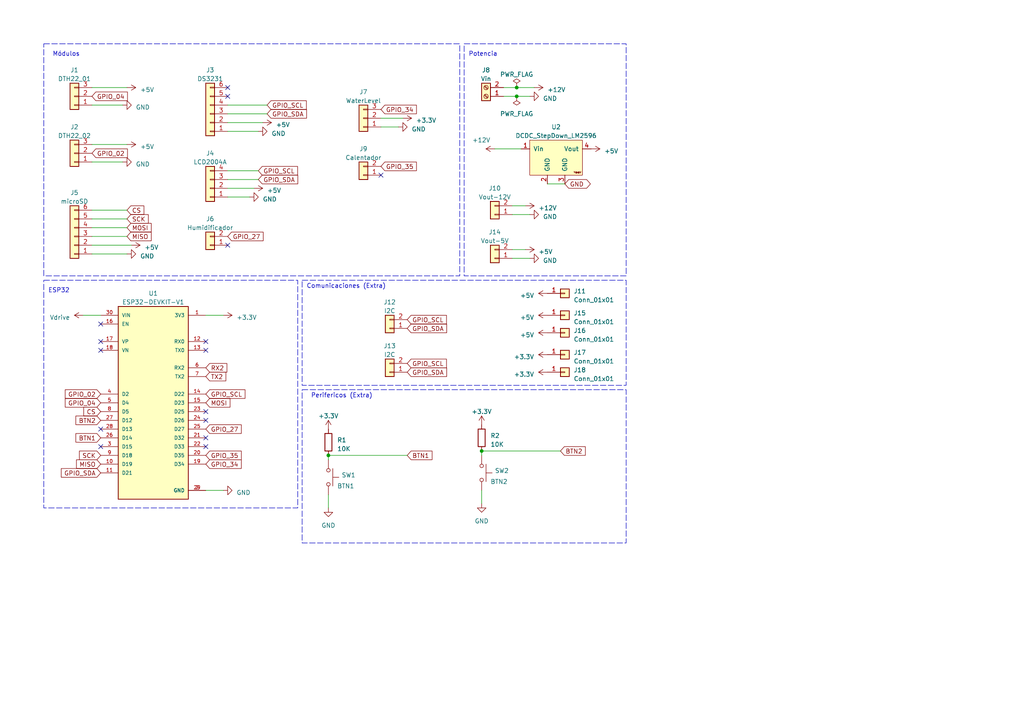
<source format=kicad_sch>
(kicad_sch (version 20230121) (generator eeschema)
  (paper "A4")
  (lib_symbols
    (symbol "Connector:Screw_Terminal_01x02" (pin_names (offset 1.016) hide)
      (property "Reference" "J" (at 0 2.54 0))
      (property "Value" "Screw_Terminal_01x02" (at 0 -5.08 0))
      (symbol "Screw_Terminal_01x02_1_1"
        (rectangle (start -1.27 1.27) (end 1.27 -3.81) (stroke (width 0.254)) (fill (type background)))
        (circle (center 0 -2.54) (radius 0.635) (stroke (width 0.1524)))
        (polyline (pts (xy -0.5334 -2.2098) (xy 0.3302 -3.048)) (stroke (width 0.1524)))
        (polyline (pts (xy -0.5334 0.3302) (xy 0.3302 -0.508)) (stroke (width 0.1524)))
        (polyline (pts (xy -0.3556 -2.032) (xy 0.508 -2.8702)) (stroke (width 0.1524)))
        (polyline (pts (xy -0.3556 0.508) (xy 0.508 -0.3302)) (stroke (width 0.1524)))
        (circle (center 0 0) (radius 0.635) (stroke (width 0.1524)))
        (pin passive line (at -5.08 0 0) (length 3.81) (name "Pin_1") (number "1"))
        (pin passive line (at -5.08 -2.54 0) (length 3.81) (name "Pin_2") (number "2"))
      )
    )
    (symbol "Connector_Generic:Conn_01x01" (pin_names (offset 1.016) hide)
      (property "Reference" "J" (at 0 2.54 0))
      (property "Value" "Conn_01x01" (at 0 -2.54 0))
      (symbol "Conn_01x01_1_1"
        (rectangle (start -1.27 0.127) (end 0 -0.127) (stroke (width 0.1524)))
        (rectangle (start -1.27 1.27) (end 1.27 -1.27) (stroke (width 0.254)) (fill (type background)))
        (pin passive line (at -5.08 0 0) (length 3.81) (name "Pin_1") (number "1"))
      )
    )
    (symbol "Connector_Generic:Conn_01x02" (pin_names (offset 1.016) hide)
      (property "Reference" "J" (at 0 2.54 0))
      (property "Value" "Conn_01x02" (at 0 -5.08 0))
      (symbol "Conn_01x02_1_1"
        (rectangle (start -1.27 -2.413) (end 0 -2.667) (stroke (width 0.1524)))
        (rectangle (start -1.27 0.127) (end 0 -0.127) (stroke (width 0.1524)))
        (rectangle (start -1.27 1.27) (end 1.27 -3.81) (stroke (width 0.254)) (fill (type background)))
        (pin passive line (at -5.08 0 0) (length 3.81) (name "Pin_1") (number "1"))
        (pin passive line (at -5.08 -2.54 0) (length 3.81) (name "Pin_2") (number "2"))
      )
    )
    (symbol "Connector_Generic:Conn_01x03" (pin_names (offset 1.016) hide)
      (property "Reference" "J" (at 0 5.08 0))
      (property "Value" "Conn_01x03" (at 0 -5.08 0))
      (symbol "Conn_01x03_1_1"
        (rectangle (start -1.27 -2.413) (end 0 -2.667) (stroke (width 0.1524)))
        (rectangle (start -1.27 0.127) (end 0 -0.127) (stroke (width 0.1524)))
        (rectangle (start -1.27 2.667) (end 0 2.413) (stroke (width 0.1524)))
        (rectangle (start -1.27 3.81) (end 1.27 -3.81) (stroke (width 0.254)) (fill (type background)))
        (pin passive line (at -5.08 2.54 0) (length 3.81) (name "Pin_1") (number "1"))
        (pin passive line (at -5.08 0 0) (length 3.81) (name "Pin_2") (number "2"))
        (pin passive line (at -5.08 -2.54 0) (length 3.81) (name "Pin_3") (number "3"))
      )
    )
    (symbol "Connector_Generic:Conn_01x04" (pin_names (offset 1.016) hide)
      (property "Reference" "J" (at 0 5.08 0))
      (property "Value" "Conn_01x04" (at 0 -7.62 0))
      (symbol "Conn_01x04_1_1"
        (rectangle (start -1.27 -4.953) (end 0 -5.207) (stroke (width 0.1524)))
        (rectangle (start -1.27 -2.413) (end 0 -2.667) (stroke (width 0.1524)))
        (rectangle (start -1.27 0.127) (end 0 -0.127) (stroke (width 0.1524)))
        (rectangle (start -1.27 2.667) (end 0 2.413) (stroke (width 0.1524)))
        (rectangle (start -1.27 3.81) (end 1.27 -6.35) (stroke (width 0.254)) (fill (type background)))
        (pin passive line (at -5.08 2.54 0) (length 3.81) (name "Pin_1") (number "1"))
        (pin passive line (at -5.08 0 0) (length 3.81) (name "Pin_2") (number "2"))
        (pin passive line (at -5.08 -2.54 0) (length 3.81) (name "Pin_3") (number "3"))
        (pin passive line (at -5.08 -5.08 0) (length 3.81) (name "Pin_4") (number "4"))
      )
    )
    (symbol "Connector_Generic:Conn_01x06" (pin_names (offset 1.016) hide)
      (property "Reference" "J" (at 0 7.62 0))
      (property "Value" "Conn_01x06" (at 0 -10.16 0))
      (symbol "Conn_01x06_1_1"
        (rectangle (start -1.27 -7.493) (end 0 -7.747) (stroke (width 0.1524)))
        (rectangle (start -1.27 -4.953) (end 0 -5.207) (stroke (width 0.1524)))
        (rectangle (start -1.27 -2.413) (end 0 -2.667) (stroke (width 0.1524)))
        (rectangle (start -1.27 0.127) (end 0 -0.127) (stroke (width 0.1524)))
        (rectangle (start -1.27 2.667) (end 0 2.413) (stroke (width 0.1524)))
        (rectangle (start -1.27 5.207) (end 0 4.953) (stroke (width 0.1524)))
        (rectangle (start -1.27 6.35) (end 1.27 -8.89) (stroke (width 0.254)) (fill (type background)))
        (pin passive line (at -5.08 5.08 0) (length 3.81) (name "Pin_1") (number "1"))
        (pin passive line (at -5.08 2.54 0) (length 3.81) (name "Pin_2") (number "2"))
        (pin passive line (at -5.08 0 0) (length 3.81) (name "Pin_3") (number "3"))
        (pin passive line (at -5.08 -2.54 0) (length 3.81) (name "Pin_4") (number "4"))
        (pin passive line (at -5.08 -5.08 0) (length 3.81) (name "Pin_5") (number "5"))
        (pin passive line (at -5.08 -7.62 0) (length 3.81) (name "Pin_6") (number "6"))
      )
    )
    (symbol "Custom:ESP32-DEVKIT-V1" (pin_names (offset 1.016))
      (property "Reference" "U" (at -10.16 30.48 0))
      (property "Value" "ESP32-DEVKIT-V1" (at -10.16 -30.48 0))
      (symbol "ESP32-DEVKIT-V1_0_0"
        (rectangle (start -10.16 -27.94) (end 10.16 27.94) (stroke (width 0.254)) (fill (type background)))
        (pin output line (at 15.24 25.4 180) (length 5.08) (name "3V3") (number "1"))
        (pin bidirectional line (at -15.24 -17.78 0) (length 5.08) (name "D19") (number "10"))
        (pin bidirectional line (at -15.24 -20.32 0) (length 5.08) (name "D21") (number "11"))
        (pin input line (at 15.24 17.78 180) (length 5.08) (name "RX0") (number "12"))
        (pin output line (at 15.24 15.24 180) (length 5.08) (name "TX0") (number "13"))
        (pin bidirectional line (at 15.24 2.54 180) (length 5.08) (name "D22") (number "14"))
        (pin bidirectional line (at 15.24 0 180) (length 5.08) (name "D23") (number "15"))
        (pin input line (at -15.24 22.86 0) (length 5.08) (name "EN") (number "16"))
        (pin bidirectional line (at -15.24 17.78 0) (length 5.08) (name "VP") (number "17"))
        (pin bidirectional line (at -15.24 15.24 0) (length 5.08) (name "VN") (number "18"))
        (pin bidirectional line (at 15.24 -17.78 180) (length 5.08) (name "D34") (number "19"))
        (pin power_in line (at 15.24 -25.4 180) (length 5.08) (name "GND") (number "2"))
        (pin bidirectional line (at 15.24 -15.24 180) (length 5.08) (name "D35") (number "20"))
        (pin bidirectional line (at 15.24 -10.16 180) (length 5.08) (name "D32") (number "21"))
        (pin bidirectional line (at 15.24 -12.7 180) (length 5.08) (name "D33") (number "22"))
        (pin bidirectional line (at 15.24 -2.54 180) (length 5.08) (name "D25") (number "23"))
        (pin bidirectional line (at 15.24 -5.08 180) (length 5.08) (name "D26") (number "24"))
        (pin bidirectional line (at 15.24 -7.62 180) (length 5.08) (name "D27") (number "25"))
        (pin bidirectional line (at -15.24 -10.16 0) (length 5.08) (name "D14") (number "26"))
        (pin bidirectional line (at -15.24 -5.08 0) (length 5.08) (name "D12") (number "27"))
        (pin bidirectional line (at -15.24 -7.62 0) (length 5.08) (name "D13") (number "28"))
        (pin power_in line (at 15.24 -25.4 180) (length 5.08) (name "GND") (number "29"))
        (pin bidirectional line (at -15.24 -12.7 0) (length 5.08) (name "D15") (number "3"))
        (pin input line (at -15.24 25.4 0) (length 5.08) (name "VIN") (number "30"))
        (pin bidirectional line (at -15.24 2.54 0) (length 5.08) (name "D2") (number "4"))
        (pin bidirectional line (at -15.24 0 0) (length 5.08) (name "D4") (number "5"))
        (pin input line (at 15.24 10.16 180) (length 5.08) (name "RX2") (number "6"))
        (pin output line (at 15.24 7.62 180) (length 5.08) (name "TX2") (number "7"))
        (pin bidirectional line (at -15.24 -2.54 0) (length 5.08) (name "D5") (number "8"))
        (pin bidirectional line (at -15.24 -15.24 0) (length 5.08) (name "D18") (number "9"))
      )
    )
    (symbol "Device:R" (pin_numbers hide) (pin_names (offset 0))
      (property "Reference" "R" (at 2.032 0 90))
      (property "Value" "R" (at 0 0 90))
      (symbol "R_0_1"
        (rectangle (start -1.016 -2.54) (end 1.016 2.54) (stroke (width 0.254)))
      )
      (symbol "R_1_1"
        (pin passive line (at 0 3.81 270) (length 1.27) (name "~") (number "1"))
        (pin passive line (at 0 -3.81 90) (length 1.27) (name "~") (number "2"))
      )
    )
    (symbol "StepDownLM2596:YAAJ_DCDC_StepDown_LM2596" (pin_names (offset 1.016))
      (property "Reference" "U" (at -5.08 6.35 0))
      (property "Value" "YAAJ_DCDC_StepDown_LM2596" (at 0 11.43 0))
      (symbol "YAAJ_DCDC_StepDown_LM2596_0_1"
        (rectangle (start -7.62 5.08) (end 7.62 -5.08) (fill (type background)))
      )
      (symbol "YAAJ_DCDC_StepDown_LM2596_1_1"
        (text "Y@@V" (at 6.1976 -4.2672 0) (effects (font (size 0.508 0.508))))
        (pin power_in line (at -10.16 2.54 0) (length 2.54) (name "Vin") (number "1"))
        (pin power_in line (at -2.54 -7.62 90) (length 2.54) (name "GND") (number "2"))
        (pin power_in line (at 2.54 -7.62 90) (length 2.54) (name "GND") (number "3"))
        (pin power_out line (at 10.16 2.54 180) (length 2.54) (name "Vout") (number "4"))
      )
    )
    (symbol "Switch:SW_Push" (pin_numbers hide) (pin_names (offset 1.016) hide)
      (property "Reference" "SW" (at 1.27 2.54 0))
      (property "Value" "SW_Push" (at 0 -1.524 0))
      (symbol "SW_Push_0_1"
        (circle (center -2.032 0) (radius 0.508))
        (polyline (pts (xy 0 1.27) (xy 0 3.048)))
        (polyline (pts (xy 2.54 1.27) (xy -2.54 1.27)))
        (circle (center 2.032 0) (radius 0.508))
        (pin passive line (at -5.08 0 0) (length 2.54) (name "1") (number "1"))
        (pin passive line (at 5.08 0 180) (length 2.54) (name "2") (number "2"))
      )
    )
    (symbol "power:+12V" (power) (pin_names (offset 0))
      (property "Value" "+12V" (at 0 3.556 0))
      (symbol "+12V_0_1"
        (polyline (pts (xy -0.762 1.27) (xy 0 2.54)))
        (polyline (pts (xy 0 0) (xy 0 2.54)))
        (polyline (pts (xy 0 2.54) (xy 0.762 1.27)))
      )
      (symbol "+12V_1_1"
        (pin power_in line (at 0 0 90) (length 0) hide (name "+12V") (number "1"))
      )
    )
    (symbol "power:+3.3V" (power) (pin_names (offset 0))
      (property "Value" "+3.3V" (at 0 3.556 0))
      (symbol "+3.3V_0_1"
        (polyline (pts (xy -0.762 1.27) (xy 0 2.54)))
        (polyline (pts (xy 0 0) (xy 0 2.54)))
        (polyline (pts (xy 0 2.54) (xy 0.762 1.27)))
      )
      (symbol "+3.3V_1_1"
        (pin power_in line (at 0 0 90) (length 0) hide (name "+3.3V") (number "1"))
      )
    )
    (symbol "power:+5V" (power) (pin_names (offset 0))
      (property "Value" "+5V" (at 0 3.556 0))
      (symbol "+5V_0_1"
        (polyline (pts (xy -0.762 1.27) (xy 0 2.54)))
        (polyline (pts (xy 0 0) (xy 0 2.54)))
        (polyline (pts (xy 0 2.54) (xy 0.762 1.27)))
      )
      (symbol "+5V_1_1"
        (pin power_in line (at 0 0 90) (length 0) hide (name "+5V") (number "1"))
      )
    )
    (symbol "power:GND" (power) (pin_names (offset 0))
      (property "Value" "GND" (at 0 -3.81 0))
      (symbol "GND_0_1"
        (polyline (pts (xy 0 0) (xy 0 -1.27) (xy 1.27 -1.27) (xy 0 -2.54) (xy -1.27 -1.27) (xy 0 -1.27)))
      )
      (symbol "GND_1_1"
        (pin power_in line (at 0 0 270) (length 0) hide (name "GND") (number "1"))
      )
    )
    (symbol "power:PWR_FLAG" (power) (pin_numbers hide) (pin_names (offset 0) hide)
      (property "Value" "PWR_FLAG" (at 0 3.81 0))
      (symbol "PWR_FLAG_0_0"
        (pin power_out line (at 0 0 90) (length 0) (name "pwr") (number "1"))
      )
      (symbol "PWR_FLAG_0_1"
        (polyline (pts (xy 0 0) (xy 0 1.27) (xy -1.016 1.905) (xy 0 2.54) (xy 1.016 1.905) (xy 0 1.27)))
      )
    )
    (symbol "power:Vdrive" (power) (pin_names (offset 0))
      (property "Value" "Vdrive" (at 0 3.81 0))
      (symbol "Vdrive_0_1"
        (polyline (pts (xy -0.762 1.27) (xy 0 2.54)))
        (polyline (pts (xy 0 0) (xy 0 2.54)))
        (polyline (pts (xy 0 2.54) (xy 0.762 1.27)))
      )
      (symbol "Vdrive_1_1"
        (pin power_in line (at 0 0 90) (length 0) hide (name "Vdrive") (number "1"))
      )
    )
  )
  (junction (at 149.86 27.94))
  (junction (at 95.25 132.08))
  (junction (at 139.7 130.81))
  (junction (at 149.86 25.4))
  (no_connect (at 59.69 119.38))
  (no_connect (at 66.04 71.12))
  (no_connect (at 59.69 129.54))
  (no_connect (at 29.21 101.6))
  (no_connect (at 110.49 50.8))
  (no_connect (at 29.21 129.54))
  (no_connect (at 59.69 127))
  (no_connect (at 59.69 101.6))
  (no_connect (at 66.04 27.94))
  (no_connect (at 59.69 99.06))
  (no_connect (at 29.21 124.46))
  (no_connect (at 29.21 93.98))
  (no_connect (at 59.69 121.92))
  (no_connect (at 66.04 25.4))
  (no_connect (at 29.21 99.06))
  (wire (pts (xy 66.04 30.48) (xy 77.47 30.48)))
  (wire (pts (xy 66.04 52.07) (xy 74.93 52.07)))
  (wire (pts (xy 26.67 60.96) (xy 36.83 60.96)))
  (wire (pts (xy 110.49 36.83) (xy 115.57 36.83)))
  (wire (pts (xy 148.59 74.93) (xy 153.67 74.93)))
  (wire (pts (xy 148.59 62.23) (xy 153.67 62.23)))
  (wire (pts (xy 152.4 72.39) (xy 148.59 72.39)))
  (wire (pts (xy 66.04 49.53) (xy 74.93 49.53)))
  (wire (pts (xy 149.86 25.4) (xy 154.94 25.4)))
  (wire (pts (xy 146.05 27.94) (xy 149.86 27.94)))
  (wire (pts (xy 95.25 133.35) (xy 95.25 132.08)))
  (wire (pts (xy 26.67 41.91) (xy 36.83 41.91)))
  (wire (pts (xy 66.04 38.1) (xy 74.93 38.1)))
  (wire (pts (xy 152.4 59.69) (xy 148.59 59.69)))
  (wire (pts (xy 66.04 57.15) (xy 72.39 57.15)))
  (wire (pts (xy 26.67 46.99) (xy 35.56 46.99)))
  (wire (pts (xy 139.7 146.05) (xy 139.7 142.24)))
  (wire (pts (xy 26.67 68.58) (xy 36.83 68.58)))
  (wire (pts (xy 26.67 73.66) (xy 36.83 73.66)))
  (wire (pts (xy 146.05 25.4) (xy 149.86 25.4)))
  (wire (pts (xy 95.25 132.08) (xy 118.11 132.08)))
  (wire (pts (xy 26.67 30.48) (xy 35.56 30.48)))
  (wire (pts (xy 59.69 91.44) (xy 64.77 91.44)))
  (wire (pts (xy 66.04 54.61) (xy 73.66 54.61)))
  (wire (pts (xy 24.13 91.44) (xy 29.21 91.44)))
  (wire (pts (xy 66.04 35.56) (xy 76.2 35.56)))
  (wire (pts (xy 110.49 34.29) (xy 116.84 34.29)))
  (wire (pts (xy 95.25 147.32) (xy 95.25 143.51)))
  (wire (pts (xy 139.7 130.81) (xy 162.56 130.81)))
  (wire (pts (xy 158.75 53.34) (xy 163.83 53.34)))
  (wire (pts (xy 26.67 66.04) (xy 36.83 66.04)))
  (wire (pts (xy 66.04 33.02) (xy 77.47 33.02)))
  (wire (pts (xy 26.67 71.12) (xy 38.1 71.12)))
  (wire (pts (xy 26.67 63.5) (xy 36.83 63.5)))
  (wire (pts (xy 143.51 43.18) (xy 151.13 43.18)))
  (wire (pts (xy 26.67 25.4) (xy 36.83 25.4)))
  (wire (pts (xy 59.69 142.24) (xy 64.77 142.24)))
  (wire (pts (xy 149.86 27.94) (xy 153.67 27.94)))
  (wire (pts (xy 139.7 132.08) (xy 139.7 130.81)))
  (rectangle (start 87.63 113.03) (end 181.61 157.48) (stroke (width 0) (type dash)))
  (rectangle (start 87.63 81.28) (end 181.61 111.76) (stroke (width 0) (type dash)))
  (rectangle (start 12.7 12.7) (end 133.35 80.01) (stroke (width 0) (type dash)))
  (rectangle (start 134.62 12.7) (end 181.61 80.01) (stroke (width 0) (type dash)))
  (rectangle (start 12.7 81.28) (end 86.36 147.32) (stroke (width 0) (type dash)))
  (text "Módulos" (at 15.24 16.51 0) (effects (font (size 1.27 1.27)) (justify left bottom)))
  (text "ESP32\n" (at 13.97 85.09 0) (effects (font (size 1.27 1.27)) (justify left bottom)))
  (text "Perifericos (Extra)\n" (at 90.17 115.57 0) (effects (font (size 1.27 1.27)) (justify left bottom)))
  (text "Comunicaciones (Extra)\n" (at 88.9 83.82 0) (effects (font (size 1.27 1.27)) (justify left bottom)))
  (text "Potencia" (at 135.89 16.51 0) (effects (font (size 1.27 1.27)) (justify left bottom)))
  (global_label "MISO" (shape input) (at 36.83 68.58 0) (property "Intersheetrefs" "${INTERSHEET_REFS}" (effects hide)))
  (global_label "GPIO_SDA" (shape input) (at 77.47 33.02 0) (property "Intersheetrefs" "${INTERSHEET_REFS}" (effects hide)))
  (global_label "BTN2" (shape input) (at 162.56 130.81 0) (property "Intersheetrefs" "${INTERSHEET_REFS}" (effects hide)))
  (global_label "GPIO_04" (shape input) (at 26.67 27.94 0) (property "Intersheetrefs" "${INTERSHEET_REFS}" (effects hide)))
  (global_label "MOSI" (shape input) (at 36.83 66.04 0) (property "Intersheetrefs" "${INTERSHEET_REFS}" (effects hide)))
  (global_label "MISO" (shape input) (at 29.21 134.62 180) (property "Intersheetrefs" "${INTERSHEET_REFS}" (effects hide)))
  (global_label "TX2" (shape input) (at 59.69 109.22 0) (property "Intersheetrefs" "${INTERSHEET_REFS}" (effects hide)))
  (global_label "CS" (shape input) (at 29.21 119.38 180) (property "Intersheetrefs" "${INTERSHEET_REFS}" (effects hide)))
  (global_label "GPIO_02" (shape input) (at 26.67 44.45 0) (property "Intersheetrefs" "${INTERSHEET_REFS}" (effects hide)))
  (global_label "GND" (shape bidirectional) (at 163.83 53.34 0) (property "Intersheetrefs" "${INTERSHEET_REFS}" (effects hide)))
  (global_label "GPIO_35" (shape input) (at 59.69 132.08 0) (property "Intersheetrefs" "${INTERSHEET_REFS}" (effects hide)))
  (global_label "MOSI" (shape input) (at 59.69 116.84 0) (property "Intersheetrefs" "${INTERSHEET_REFS}" (effects hide)))
  (global_label "BTN2" (shape input) (at 29.21 121.92 180) (property "Intersheetrefs" "${INTERSHEET_REFS}" (effects hide)))
  (global_label "GPIO_27" (shape input) (at 66.04 68.58 0) (property "Intersheetrefs" "${INTERSHEET_REFS}" (effects hide)))
  (global_label "GPIO_SDA" (shape input) (at 74.93 52.07 0) (property "Intersheetrefs" "${INTERSHEET_REFS}" (effects hide)))
  (global_label "GPIO_SCL" (shape input) (at 74.93 49.53 0) (property "Intersheetrefs" "${INTERSHEET_REFS}" (effects hide)))
  (global_label "GPIO_SCL" (shape input) (at 77.47 30.48 0) (property "Intersheetrefs" "${INTERSHEET_REFS}" (effects hide)))
  (global_label "SCK" (shape input) (at 29.21 132.08 180) (property "Intersheetrefs" "${INTERSHEET_REFS}" (effects hide)))
  (global_label "GPIO_SDA" (shape input) (at 118.11 107.95 0) (property "Intersheetrefs" "${INTERSHEET_REFS}" (effects hide)))
  (global_label "GPIO_35" (shape input) (at 110.49 48.26 0) (property "Intersheetrefs" "${INTERSHEET_REFS}" (effects hide)))
  (global_label "GPIO_SCL" (shape input) (at 118.11 92.71 0) (property "Intersheetrefs" "${INTERSHEET_REFS}" (effects hide)))
  (global_label "BTN1" (shape input) (at 118.11 132.08 0) (property "Intersheetrefs" "${INTERSHEET_REFS}" (effects hide)))
  (global_label "GPIO_34" (shape input) (at 59.69 134.62 0) (property "Intersheetrefs" "${INTERSHEET_REFS}" (effects hide)))
  (global_label "CS" (shape input) (at 36.83 60.96 0) (property "Intersheetrefs" "${INTERSHEET_REFS}" (effects hide)))
  (global_label "SCK" (shape input) (at 36.83 63.5 0) (property "Intersheetrefs" "${INTERSHEET_REFS}" (effects hide)))
  (global_label "GPIO_34" (shape input) (at 110.49 31.75 0) (property "Intersheetrefs" "${INTERSHEET_REFS}" (effects hide)))
  (global_label "GPIO_SDA" (shape input) (at 29.21 137.16 180) (property "Intersheetrefs" "${INTERSHEET_REFS}" (effects hide)))
  (global_label "GPIO_02" (shape input) (at 29.21 114.3 180) (property "Intersheetrefs" "${INTERSHEET_REFS}" (effects hide)))
  (global_label "GPIO_04" (shape input) (at 29.21 116.84 180) (property "Intersheetrefs" "${INTERSHEET_REFS}" (effects hide)))
  (global_label "GPIO_27" (shape input) (at 59.69 124.46 0) (property "Intersheetrefs" "${INTERSHEET_REFS}" (effects hide)))
  (global_label "GPIO_SCL" (shape input) (at 118.11 105.41 0) (property "Intersheetrefs" "${INTERSHEET_REFS}" (effects hide)))
  (global_label "GPIO_SDA" (shape input) (at 118.11 95.25 0) (property "Intersheetrefs" "${INTERSHEET_REFS}" (effects hide)))
  (global_label "BTN1" (shape input) (at 29.21 127 180) (property "Intersheetrefs" "${INTERSHEET_REFS}" (effects hide)))
  (global_label "GPIO_SCL" (shape input) (at 59.69 114.3 0) (property "Intersheetrefs" "${INTERSHEET_REFS}" (effects hide)))
  (global_label "RX2" (shape input) (at 59.69 106.68 0) (property "Intersheetrefs" "${INTERSHEET_REFS}" (effects hide)))
  (symbol (lib_id "power:+5V") (at 158.75 91.44 90) (unit 1)
    (property "Reference" "#PWR029" (effects hide))
    (property "Value" "+5V" (at 154.94 92.075 90) (effects (justify left)))
  )
  (symbol (lib_id "power:Vdrive") (at 24.13 91.44 90) (unit 1)
    (property "Reference" "#PWR028" (effects hide))
    (property "Value" "Vdrive" (at 20.32 92.075 90) (effects (justify left)))
  )
  (symbol (lib_id "Connector:Screw_Terminal_01x02") (at 140.97 27.94 180) (unit 1)
    (property "Reference" "J8" (at 140.97 20.32 0))
    (property "Value" "Vin" (at 140.97 22.86 0))
    (property "Footprint" "TerminalBlock_Phoenix:TerminalBlock_Phoenix_MKDS-1,5-2-5.08_1x02_P5.08mm_Horizontal" (effects hide))
  )
  (symbol (lib_id "power:+3.3V") (at 116.84 34.29 270) (unit 1)
    (property "Reference" "#PWR015" (effects hide))
    (property "Value" "+3.3V" (at 120.65 34.925 90) (effects (justify left)))
  )
  (symbol (lib_id "power:+5V") (at 73.66 54.61 270) (unit 1)
    (property "Reference" "#PWR08" (effects hide))
    (property "Value" "+5V" (at 77.47 55.245 90) (effects (justify left)))
  )
  (symbol (lib_id "Connector_Generic:Conn_01x02") (at 113.03 107.95 180) (unit 1)
    (property "Reference" "J13" (at 113.03 100.33 0))
    (property "Value" "I2C" (at 113.03 102.87 0))
    (property "Footprint" "Connector_PinSocket_2.54mm:PinSocket_1x02_P2.54mm_Vertical" (effects hide))
  )
  (symbol (lib_id "power:+5V") (at 36.83 41.91 270) (unit 1)
    (property "Reference" "#PWR04" (effects hide))
    (property "Value" "+5V" (at 40.64 42.545 90) (effects (justify left)))
  )
  (symbol (lib_id "power:+5V") (at 38.1 71.12 270) (unit 1)
    (property "Reference" "#PWR013" (effects hide))
    (property "Value" "+5V" (at 41.91 71.755 90) (effects (justify left)))
  )
  (symbol (lib_id "power:GND") (at 64.77 142.24 90) (unit 1)
    (property "Reference" "#PWR011" (effects hide))
    (property "Value" "GND" (at 68.58 142.875 90) (effects (justify right)))
  )
  (symbol (lib_id "Switch:SW_Push") (at 139.7 137.16 270) (unit 1)
    (property "Reference" "SW2" (at 143.51 136.525 90) (effects (justify left)))
    (property "Value" "BTN2" (at 142.24 139.7 90) (effects (justify left)))
    (property "Footprint" "TerminalBlock_Phoenix:TerminalBlock_Phoenix_MKDS-1,5-2-5.08_1x02_P5.08mm_Horizontal" (effects hide))
  )
  (symbol (lib_id "Switch:SW_Push") (at 95.25 138.43 270) (unit 1)
    (property "Reference" "SW1" (at 99.06 137.795 90) (effects (justify left)))
    (property "Value" "BTN1" (at 97.79 140.97 90) (effects (justify left)))
    (property "Footprint" "TerminalBlock_Phoenix:TerminalBlock_Phoenix_MKDS-1,5-2-5.08_1x02_P5.08mm_Horizontal" (effects hide))
  )
  (symbol (lib_id "Connector_Generic:Conn_01x03") (at 105.41 34.29 180) (unit 1)
    (property "Reference" "J7" (at 105.41 26.67 0))
    (property "Value" "WaterLevel" (at 105.41 29.21 0))
    (property "Footprint" "Connector_PinSocket_2.54mm:PinSocket_1x03_P2.54mm_Vertical" (effects hide))
  )
  (symbol (lib_id "power:GND") (at 74.93 38.1 90) (unit 1)
    (property "Reference" "#PWR05" (effects hide))
    (property "Value" "GND" (at 78.74 38.735 90) (effects (justify right)))
  )
  (symbol (lib_id "power:+3.3V") (at 64.77 91.44 270) (unit 1)
    (property "Reference" "#PWR09" (effects hide))
    (property "Value" "+3.3V" (at 68.58 92.075 90) (effects (justify left)))
  )
  (symbol (lib_id "power:GND") (at 35.56 46.99 90) (unit 1)
    (property "Reference" "#PWR02" (effects hide))
    (property "Value" "GND" (at 39.37 47.625 90) (effects (justify right)))
  )
  (symbol (lib_id "power:+3.3V") (at 158.75 107.95 90) (unit 1)
    (property "Reference" "#PWR032" (effects hide))
    (property "Value" "+3.3V" (at 154.94 108.585 90) (effects (justify left)))
  )
  (symbol (lib_id "Connector_Generic:Conn_01x02") (at 143.51 74.93 180) (unit 1)
    (property "Reference" "J14" (at 143.51 67.31 0))
    (property "Value" "Vout-5V" (at 143.51 69.85 0))
    (property "Footprint" "Connector_PinSocket_2.54mm:PinSocket_1x02_P2.54mm_Vertical" (effects hide))
  )
  (symbol (lib_id "power:GND") (at 153.67 27.94 90) (unit 1)
    (property "Reference" "#PWR016" (effects hide))
    (property "Value" "GND" (at 157.48 28.575 90) (effects (justify right)))
  )
  (symbol (lib_id "power:PWR_FLAG") (at 149.86 25.4 0) (unit 1)
    (property "Reference" "#FLG02" (effects hide))
    (property "Value" "PWR_FLAG" (at 149.86 21.59 0))
  )
  (symbol (lib_id "power:+5V") (at 158.75 96.52 90) (unit 1)
    (property "Reference" "#PWR030" (effects hide))
    (property "Value" "+5V" (at 154.94 97.155 90) (effects (justify left)))
  )
  (symbol (lib_id "power:GND") (at 153.67 62.23 90) (unit 1)
    (property "Reference" "#PWR021" (effects hide))
    (property "Value" "GND" (at 157.48 62.865 90) (effects (justify right)))
  )
  (symbol (lib_id "power:GND") (at 115.57 36.83 90) (unit 1)
    (property "Reference" "#PWR014" (effects hide))
    (property "Value" "GND" (at 119.38 37.465 90) (effects (justify right)))
  )
  (symbol (lib_id "power:+5V") (at 171.45 43.18 270) (unit 1)
    (property "Reference" "#PWR019" (effects hide))
    (property "Value" "+5V" (at 175.26 43.815 90) (effects (justify left)))
  )
  (symbol (lib_id "Connector_Generic:Conn_01x01") (at 163.83 85.09 0) (unit 1)
    (property "Reference" "J11" (at 166.37 84.455 0) (effects (justify left)))
    (property "Value" "Conn_01x01" (at 166.37 86.995 0) (effects (justify left)))
    (property "Footprint" "Connector_PinSocket_2.54mm:PinSocket_1x01_P2.54mm_Vertical" (effects hide))
  )
  (symbol (lib_id "power:+12V") (at 143.51 43.18 90) (unit 1)
    (property "Reference" "#PWR018" (effects hide))
    (property "Value" "+12V" (at 142.24 40.64 90) (effects (justify left)))
  )
  (symbol (lib_id "power:+3.3V") (at 139.7 123.19 0) (unit 1)
    (property "Reference" "#PWR024" (effects hide))
    (property "Value" "+3.3V" (at 139.7 119.38 0))
  )
  (symbol (lib_id "Connector_Generic:Conn_01x02") (at 60.96 71.12 180) (unit 1)
    (property "Reference" "J6" (at 60.96 63.5 0))
    (property "Value" "Humidificador" (at 60.96 66.04 0))
    (property "Footprint" "Connector_PinSocket_2.54mm:PinSocket_1x02_P2.54mm_Vertical" (effects hide))
  )
  (symbol (lib_id "Connector_Generic:Conn_01x02") (at 105.41 50.8 180) (unit 1)
    (property "Reference" "J9" (at 105.41 43.18 0))
    (property "Value" "Calentador" (at 105.41 45.72 0))
    (property "Footprint" "Connector_PinSocket_2.54mm:PinSocket_1x02_P2.54mm_Vertical" (effects hide))
  )
  (symbol (lib_id "Connector_Generic:Conn_01x06") (at 21.59 68.58 180) (unit 1)
    (property "Reference" "J5" (at 21.59 55.88 0))
    (property "Value" "microSD" (at 21.59 58.42 0))
    (property "Footprint" "Connector_PinSocket_2.54mm:PinSocket_1x06_P2.54mm_Vertical" (effects hide))
  )
  (symbol (lib_id "power:GND") (at 36.83 73.66 90) (unit 1)
    (property "Reference" "#PWR012" (effects hide))
    (property "Value" "GND" (at 40.64 74.295 90) (effects (justify right)))
  )
  (symbol (lib_id "Connector_Generic:Conn_01x03") (at 21.59 44.45 180) (unit 1)
    (property "Reference" "J2" (at 21.59 36.83 0))
    (property "Value" "DTH22_02" (at 21.59 39.37 0))
    (property "Footprint" "Connector_PinSocket_2.54mm:PinSocket_1x03_P2.54mm_Vertical" (effects hide))
  )
  (symbol (lib_id "Connector_Generic:Conn_01x02") (at 143.51 62.23 180) (unit 1)
    (property "Reference" "J10" (at 143.51 54.61 0))
    (property "Value" "Vout-12V" (at 143.51 57.15 0))
    (property "Footprint" "Connector_PinSocket_2.54mm:PinSocket_1x02_P2.54mm_Vertical" (effects hide))
  )
  (symbol (lib_id "Device:R") (at 95.25 128.27 0) (unit 1)
    (property "Reference" "R1" (at 97.79 127.635 0) (effects (justify left)))
    (property "Value" "10K" (at 97.79 130.175 0) (effects (justify left)))
    (property "Footprint" "Resistor_THT:R_Axial_DIN0207_L6.3mm_D2.5mm_P10.16mm_Horizontal" (effects hide))
  )
  (symbol (lib_id "Connector_Generic:Conn_01x06") (at 60.96 33.02 180) (unit 1)
    (property "Reference" "J3" (at 60.96 20.32 0))
    (property "Value" "DS3231" (at 60.96 22.86 0))
    (property "Footprint" "Connector_PinSocket_2.54mm:PinSocket_1x06_P2.54mm_Vertical" (effects hide))
  )
  (symbol (lib_id "Connector_Generic:Conn_01x02") (at 113.03 95.25 180) (unit 1)
    (property "Reference" "J12" (at 113.03 87.63 0))
    (property "Value" "I2C" (at 113.03 90.17 0))
    (property "Footprint" "Connector_PinSocket_2.54mm:PinSocket_1x02_P2.54mm_Vertical" (effects hide))
  )
  (symbol (lib_id "Device:R") (at 139.7 127 0) (unit 1)
    (property "Reference" "R2" (at 142.24 126.365 0) (effects (justify left)))
    (property "Value" "10K" (at 142.24 128.905 0) (effects (justify left)))
    (property "Footprint" "Resistor_THT:R_Axial_DIN0207_L6.3mm_D2.5mm_P10.16mm_Horizontal" (effects hide))
  )
  (symbol (lib_id "Custom:ESP32-DEVKIT-V1") (at 44.45 116.84 0) (unit 1)
    (property "Reference" "U1" (at 44.45 85.09 0))
    (property "Value" "ESP32-DEVKIT-V1" (at 44.45 87.63 0))
    (property "Footprint" "MODULE_ESP32_DEVKIT_V1" (effects hide))
    (property "PARTREV" "N/A" (effects hide))
    (property "STANDARD" "Manufacturer Recommendations" (effects hide))
    (property "MAXIMUM_PACKAGE_HEIGHT" "6.8 mm" (effects hide))
    (property "MANUFACTURER" "DOIT" (effects hide))
  )
  (symbol (lib_id "Connector_Generic:Conn_01x04") (at 60.96 54.61 180) (unit 1)
    (property "Reference" "J4" (at 60.96 44.45 0))
    (property "Value" "LCD2004A" (at 60.96 46.99 0))
    (property "Footprint" "Connector_PinSocket_2.54mm:PinSocket_1x04_P2.54mm_Vertical" (effects hide))
  )
  (symbol (lib_id "power:+12V") (at 152.4 59.69 270) (unit 1)
    (property "Reference" "#PWR020" (effects hide))
    (property "Value" "+12V" (at 156.21 60.325 90) (effects (justify left)))
  )
  (symbol (lib_id "power:GND") (at 95.25 147.32 0) (unit 1)
    (property "Reference" "#PWR023" (effects hide))
    (property "Value" "GND" (at 95.25 152.4 0))
  )
  (symbol (lib_id "power:GND") (at 153.67 74.93 90) (unit 1)
    (property "Reference" "#PWR027" (effects hide))
    (property "Value" "GND" (at 157.48 75.565 90) (effects (justify right)))
  )
  (symbol (lib_id "power:+3.3V") (at 95.25 124.46 0) (unit 1)
    (property "Reference" "#PWR022" (effects hide))
    (property "Value" "+3.3V" (at 95.25 120.65 0))
  )
  (symbol (lib_id "Connector_Generic:Conn_01x01") (at 163.83 102.87 0) (unit 1)
    (property "Reference" "J17" (at 166.37 102.235 0) (effects (justify left)))
    (property "Value" "Conn_01x01" (at 166.37 104.775 0) (effects (justify left)))
    (property "Footprint" "Connector_PinSocket_2.54mm:PinSocket_1x01_P2.54mm_Vertical" (effects hide))
  )
  (symbol (lib_id "power:GND") (at 72.39 57.15 90) (unit 1)
    (property "Reference" "#PWR07" (effects hide))
    (property "Value" "GND" (at 76.2 57.785 90) (effects (justify right)))
  )
  (symbol (lib_id "power:+3.3V") (at 158.75 102.87 90) (unit 1)
    (property "Reference" "#PWR031" (effects hide))
    (property "Value" "+3.3V" (at 154.94 103.505 90) (effects (justify left)))
  )
  (symbol (lib_id "power:+5V") (at 36.83 25.4 270) (unit 1)
    (property "Reference" "#PWR03" (effects hide))
    (property "Value" "+5V" (at 40.64 26.035 90) (effects (justify left)))
  )
  (symbol (lib_id "power:GND") (at 35.56 30.48 90) (unit 1)
    (property "Reference" "#PWR01" (effects hide))
    (property "Value" "GND" (at 39.37 31.115 90) (effects (justify right)))
  )
  (symbol (lib_id "power:+5V") (at 158.75 85.09 90) (unit 1)
    (property "Reference" "#PWR010" (effects hide))
    (property "Value" "+5V" (at 154.94 85.725 90) (effects (justify left)))
  )
  (symbol (lib_id "power:+5V") (at 76.2 35.56 270) (unit 1)
    (property "Reference" "#PWR06" (effects hide))
    (property "Value" "+5V" (at 80.01 36.195 90) (effects (justify left)))
  )
  (symbol (lib_id "power:+5V") (at 152.4 72.39 270) (unit 1)
    (property "Reference" "#PWR026" (effects hide))
    (property "Value" "+5V" (at 156.21 73.025 90) (effects (justify left)))
  )
  (symbol (lib_id "Connector_Generic:Conn_01x03") (at 21.59 27.94 180) (unit 1)
    (property "Reference" "J1" (at 21.59 20.32 0))
    (property "Value" "DTH22_01" (at 21.59 22.86 0))
    (property "Footprint" "Connector_PinSocket_2.54mm:PinSocket_1x03_P2.54mm_Vertical" (effects hide))
  )
  (symbol (lib_id "Connector_Generic:Conn_01x01") (at 163.83 96.52 0) (unit 1)
    (property "Reference" "J16" (at 166.37 95.885 0) (effects (justify left)))
    (property "Value" "Conn_01x01" (at 166.37 98.425 0) (effects (justify left)))
    (property "Footprint" "Connector_PinSocket_2.54mm:PinSocket_1x01_P2.54mm_Vertical" (effects hide))
  )
  (symbol (lib_id "StepDownLM2596:YAAJ_DCDC_StepDown_LM2596") (at 161.29 45.72 0) (unit 1)
    (property "Reference" "U2" (at 161.29 36.83 0))
    (property "Value" "DCDC_StepDown_LM2596" (at 161.29 39.37 0))
    (property "Footprint" "Custom:YAAJ_DCDC_StepDown_LM2596" (effects hide))
  )
  (symbol (lib_id "power:PWR_FLAG") (at 149.86 27.94 180) (unit 1)
    (property "Reference" "#FLG03" (effects hide))
    (property "Value" "PWR_FLAG" (at 149.86 33.02 0))
  )
  (symbol (lib_id "power:+12V") (at 154.94 25.4 270) (unit 1)
    (property "Reference" "#PWR017" (effects hide))
    (property "Value" "+12V" (at 158.75 26.035 90) (effects (justify left)))
  )
  (symbol (lib_id "Connector_Generic:Conn_01x01") (at 163.83 91.44 0) (unit 1)
    (property "Reference" "J15" (at 166.37 90.805 0) (effects (justify left)))
    (property "Value" "Conn_01x01" (at 166.37 93.345 0) (effects (justify left)))
    (property "Footprint" "Connector_PinSocket_2.54mm:PinSocket_1x01_P2.54mm_Vertical" (effects hide))
  )
  (symbol (lib_id "Connector_Generic:Conn_01x01") (at 163.83 107.95 0) (unit 1)
    (property "Reference" "J18" (at 166.37 107.315 0) (effects (justify left)))
    (property "Value" "Conn_01x01" (at 166.37 109.855 0) (effects (justify left)))
    (property "Footprint" "Connector_PinSocket_2.54mm:PinSocket_1x01_P2.54mm_Vertical" (effects hide))
  )
  (symbol (lib_id "power:GND") (at 139.7 146.05 0) (unit 1)
    (property "Reference" "#PWR025" (effects hide))
    (property "Value" "GND" (at 139.7 151.13 0))
  )
)
</source>
